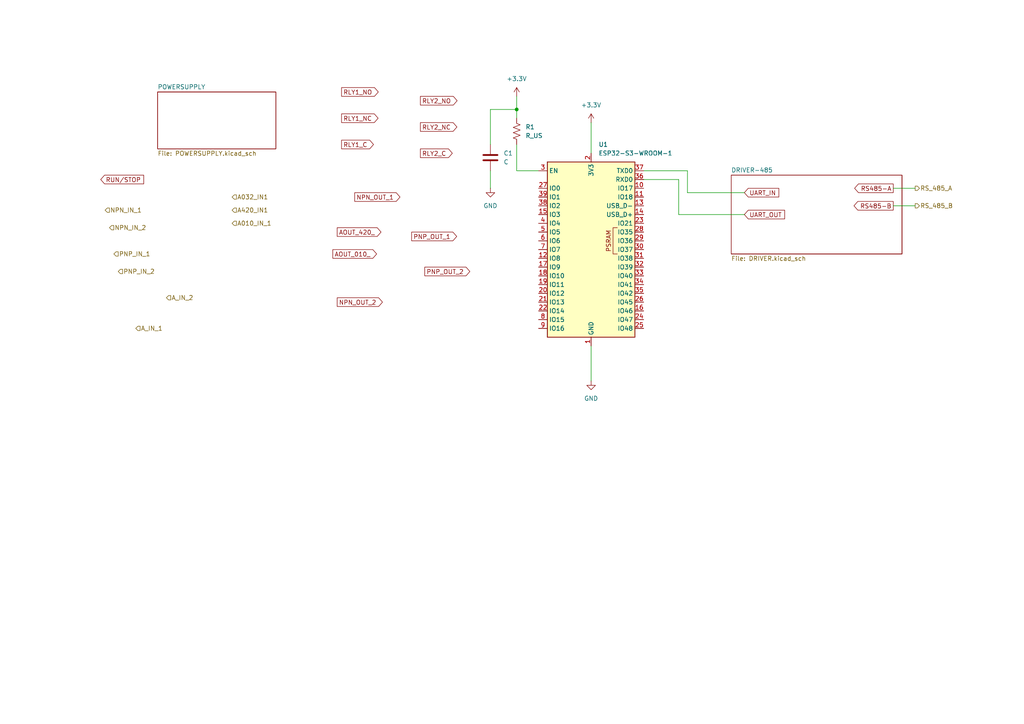
<source format=kicad_sch>
(kicad_sch
	(version 20250114)
	(generator "eeschema")
	(generator_version "9.0")
	(uuid "a8e24de5-b1df-440c-aee0-57f2ba738650")
	(paper "A4")
	(lib_symbols
		(symbol "Device:C"
			(pin_numbers
				(hide yes)
			)
			(pin_names
				(offset 0.254)
			)
			(exclude_from_sim no)
			(in_bom yes)
			(on_board yes)
			(property "Reference" "C"
				(at 0.635 2.54 0)
				(effects
					(font
						(size 1.27 1.27)
					)
					(justify left)
				)
			)
			(property "Value" "C"
				(at 0.635 -2.54 0)
				(effects
					(font
						(size 1.27 1.27)
					)
					(justify left)
				)
			)
			(property "Footprint" ""
				(at 0.9652 -3.81 0)
				(effects
					(font
						(size 1.27 1.27)
					)
					(hide yes)
				)
			)
			(property "Datasheet" "~"
				(at 0 0 0)
				(effects
					(font
						(size 1.27 1.27)
					)
					(hide yes)
				)
			)
			(property "Description" "Unpolarized capacitor"
				(at 0 0 0)
				(effects
					(font
						(size 1.27 1.27)
					)
					(hide yes)
				)
			)
			(property "ki_keywords" "cap capacitor"
				(at 0 0 0)
				(effects
					(font
						(size 1.27 1.27)
					)
					(hide yes)
				)
			)
			(property "ki_fp_filters" "C_*"
				(at 0 0 0)
				(effects
					(font
						(size 1.27 1.27)
					)
					(hide yes)
				)
			)
			(symbol "C_0_1"
				(polyline
					(pts
						(xy -2.032 0.762) (xy 2.032 0.762)
					)
					(stroke
						(width 0.508)
						(type default)
					)
					(fill
						(type none)
					)
				)
				(polyline
					(pts
						(xy -2.032 -0.762) (xy 2.032 -0.762)
					)
					(stroke
						(width 0.508)
						(type default)
					)
					(fill
						(type none)
					)
				)
			)
			(symbol "C_1_1"
				(pin passive line
					(at 0 3.81 270)
					(length 2.794)
					(name "~"
						(effects
							(font
								(size 1.27 1.27)
							)
						)
					)
					(number "1"
						(effects
							(font
								(size 1.27 1.27)
							)
						)
					)
				)
				(pin passive line
					(at 0 -3.81 90)
					(length 2.794)
					(name "~"
						(effects
							(font
								(size 1.27 1.27)
							)
						)
					)
					(number "2"
						(effects
							(font
								(size 1.27 1.27)
							)
						)
					)
				)
			)
			(embedded_fonts no)
		)
		(symbol "Device:R_US"
			(pin_numbers
				(hide yes)
			)
			(pin_names
				(offset 0)
			)
			(exclude_from_sim no)
			(in_bom yes)
			(on_board yes)
			(property "Reference" "R"
				(at 2.54 0 90)
				(effects
					(font
						(size 1.27 1.27)
					)
				)
			)
			(property "Value" "R_US"
				(at -2.54 0 90)
				(effects
					(font
						(size 1.27 1.27)
					)
				)
			)
			(property "Footprint" ""
				(at 1.016 -0.254 90)
				(effects
					(font
						(size 1.27 1.27)
					)
					(hide yes)
				)
			)
			(property "Datasheet" "~"
				(at 0 0 0)
				(effects
					(font
						(size 1.27 1.27)
					)
					(hide yes)
				)
			)
			(property "Description" "Resistor, US symbol"
				(at 0 0 0)
				(effects
					(font
						(size 1.27 1.27)
					)
					(hide yes)
				)
			)
			(property "ki_keywords" "R res resistor"
				(at 0 0 0)
				(effects
					(font
						(size 1.27 1.27)
					)
					(hide yes)
				)
			)
			(property "ki_fp_filters" "R_*"
				(at 0 0 0)
				(effects
					(font
						(size 1.27 1.27)
					)
					(hide yes)
				)
			)
			(symbol "R_US_0_1"
				(polyline
					(pts
						(xy 0 2.286) (xy 0 2.54)
					)
					(stroke
						(width 0)
						(type default)
					)
					(fill
						(type none)
					)
				)
				(polyline
					(pts
						(xy 0 2.286) (xy 1.016 1.905) (xy 0 1.524) (xy -1.016 1.143) (xy 0 0.762)
					)
					(stroke
						(width 0)
						(type default)
					)
					(fill
						(type none)
					)
				)
				(polyline
					(pts
						(xy 0 0.762) (xy 1.016 0.381) (xy 0 0) (xy -1.016 -0.381) (xy 0 -0.762)
					)
					(stroke
						(width 0)
						(type default)
					)
					(fill
						(type none)
					)
				)
				(polyline
					(pts
						(xy 0 -0.762) (xy 1.016 -1.143) (xy 0 -1.524) (xy -1.016 -1.905) (xy 0 -2.286)
					)
					(stroke
						(width 0)
						(type default)
					)
					(fill
						(type none)
					)
				)
				(polyline
					(pts
						(xy 0 -2.286) (xy 0 -2.54)
					)
					(stroke
						(width 0)
						(type default)
					)
					(fill
						(type none)
					)
				)
			)
			(symbol "R_US_1_1"
				(pin passive line
					(at 0 3.81 270)
					(length 1.27)
					(name "~"
						(effects
							(font
								(size 1.27 1.27)
							)
						)
					)
					(number "1"
						(effects
							(font
								(size 1.27 1.27)
							)
						)
					)
				)
				(pin passive line
					(at 0 -3.81 90)
					(length 1.27)
					(name "~"
						(effects
							(font
								(size 1.27 1.27)
							)
						)
					)
					(number "2"
						(effects
							(font
								(size 1.27 1.27)
							)
						)
					)
				)
			)
			(embedded_fonts no)
		)
		(symbol "RF_Module:ESP32-S3-WROOM-1"
			(exclude_from_sim no)
			(in_bom yes)
			(on_board yes)
			(property "Reference" "U"
				(at -12.7 26.67 0)
				(effects
					(font
						(size 1.27 1.27)
					)
				)
			)
			(property "Value" "ESP32-S3-WROOM-1"
				(at 12.7 26.67 0)
				(effects
					(font
						(size 1.27 1.27)
					)
				)
			)
			(property "Footprint" "RF_Module:ESP32-S3-WROOM-1"
				(at 0 2.54 0)
				(effects
					(font
						(size 1.27 1.27)
					)
					(hide yes)
				)
			)
			(property "Datasheet" "https://www.espressif.com/sites/default/files/documentation/esp32-s3-wroom-1_wroom-1u_datasheet_en.pdf"
				(at 0 0 0)
				(effects
					(font
						(size 1.27 1.27)
					)
					(hide yes)
				)
			)
			(property "Description" "RF Module, ESP32-S3 SoC, Wi-Fi 802.11b/g/n, Bluetooth, BLE, 32-bit, 3.3V, onboard antenna, SMD"
				(at 0 0 0)
				(effects
					(font
						(size 1.27 1.27)
					)
					(hide yes)
				)
			)
			(property "ki_keywords" "RF Radio BT ESP ESP32-S3 Espressif onboard PCB antenna"
				(at 0 0 0)
				(effects
					(font
						(size 1.27 1.27)
					)
					(hide yes)
				)
			)
			(property "ki_fp_filters" "ESP32?S3?WROOM?1*"
				(at 0 0 0)
				(effects
					(font
						(size 1.27 1.27)
					)
					(hide yes)
				)
			)
			(symbol "ESP32-S3-WROOM-1_0_0"
				(rectangle
					(start -12.7 25.4)
					(end 12.7 -25.4)
					(stroke
						(width 0.254)
						(type default)
					)
					(fill
						(type background)
					)
				)
				(text "PSRAM"
					(at 5.08 2.54 900)
					(effects
						(font
							(size 1.27 1.27)
						)
					)
				)
			)
			(symbol "ESP32-S3-WROOM-1_0_1"
				(polyline
					(pts
						(xy 7.62 -1.27) (xy 6.35 -1.27) (xy 6.35 6.35) (xy 7.62 6.35)
					)
					(stroke
						(width 0)
						(type default)
					)
					(fill
						(type none)
					)
				)
			)
			(symbol "ESP32-S3-WROOM-1_1_1"
				(pin input line
					(at -15.24 22.86 0)
					(length 2.54)
					(name "EN"
						(effects
							(font
								(size 1.27 1.27)
							)
						)
					)
					(number "3"
						(effects
							(font
								(size 1.27 1.27)
							)
						)
					)
				)
				(pin bidirectional line
					(at -15.24 17.78 0)
					(length 2.54)
					(name "IO0"
						(effects
							(font
								(size 1.27 1.27)
							)
						)
					)
					(number "27"
						(effects
							(font
								(size 1.27 1.27)
							)
						)
					)
				)
				(pin bidirectional line
					(at -15.24 15.24 0)
					(length 2.54)
					(name "IO1"
						(effects
							(font
								(size 1.27 1.27)
							)
						)
					)
					(number "39"
						(effects
							(font
								(size 1.27 1.27)
							)
						)
					)
				)
				(pin bidirectional line
					(at -15.24 12.7 0)
					(length 2.54)
					(name "IO2"
						(effects
							(font
								(size 1.27 1.27)
							)
						)
					)
					(number "38"
						(effects
							(font
								(size 1.27 1.27)
							)
						)
					)
				)
				(pin bidirectional line
					(at -15.24 10.16 0)
					(length 2.54)
					(name "IO3"
						(effects
							(font
								(size 1.27 1.27)
							)
						)
					)
					(number "15"
						(effects
							(font
								(size 1.27 1.27)
							)
						)
					)
				)
				(pin bidirectional line
					(at -15.24 7.62 0)
					(length 2.54)
					(name "IO4"
						(effects
							(font
								(size 1.27 1.27)
							)
						)
					)
					(number "4"
						(effects
							(font
								(size 1.27 1.27)
							)
						)
					)
				)
				(pin bidirectional line
					(at -15.24 5.08 0)
					(length 2.54)
					(name "IO5"
						(effects
							(font
								(size 1.27 1.27)
							)
						)
					)
					(number "5"
						(effects
							(font
								(size 1.27 1.27)
							)
						)
					)
				)
				(pin bidirectional line
					(at -15.24 2.54 0)
					(length 2.54)
					(name "IO6"
						(effects
							(font
								(size 1.27 1.27)
							)
						)
					)
					(number "6"
						(effects
							(font
								(size 1.27 1.27)
							)
						)
					)
				)
				(pin bidirectional line
					(at -15.24 0 0)
					(length 2.54)
					(name "IO7"
						(effects
							(font
								(size 1.27 1.27)
							)
						)
					)
					(number "7"
						(effects
							(font
								(size 1.27 1.27)
							)
						)
					)
				)
				(pin bidirectional line
					(at -15.24 -2.54 0)
					(length 2.54)
					(name "IO8"
						(effects
							(font
								(size 1.27 1.27)
							)
						)
					)
					(number "12"
						(effects
							(font
								(size 1.27 1.27)
							)
						)
					)
				)
				(pin bidirectional line
					(at -15.24 -5.08 0)
					(length 2.54)
					(name "IO9"
						(effects
							(font
								(size 1.27 1.27)
							)
						)
					)
					(number "17"
						(effects
							(font
								(size 1.27 1.27)
							)
						)
					)
				)
				(pin bidirectional line
					(at -15.24 -7.62 0)
					(length 2.54)
					(name "IO10"
						(effects
							(font
								(size 1.27 1.27)
							)
						)
					)
					(number "18"
						(effects
							(font
								(size 1.27 1.27)
							)
						)
					)
				)
				(pin bidirectional line
					(at -15.24 -10.16 0)
					(length 2.54)
					(name "IO11"
						(effects
							(font
								(size 1.27 1.27)
							)
						)
					)
					(number "19"
						(effects
							(font
								(size 1.27 1.27)
							)
						)
					)
				)
				(pin bidirectional line
					(at -15.24 -12.7 0)
					(length 2.54)
					(name "IO12"
						(effects
							(font
								(size 1.27 1.27)
							)
						)
					)
					(number "20"
						(effects
							(font
								(size 1.27 1.27)
							)
						)
					)
				)
				(pin bidirectional line
					(at -15.24 -15.24 0)
					(length 2.54)
					(name "IO13"
						(effects
							(font
								(size 1.27 1.27)
							)
						)
					)
					(number "21"
						(effects
							(font
								(size 1.27 1.27)
							)
						)
					)
				)
				(pin bidirectional line
					(at -15.24 -17.78 0)
					(length 2.54)
					(name "IO14"
						(effects
							(font
								(size 1.27 1.27)
							)
						)
					)
					(number "22"
						(effects
							(font
								(size 1.27 1.27)
							)
						)
					)
				)
				(pin bidirectional line
					(at -15.24 -20.32 0)
					(length 2.54)
					(name "IO15"
						(effects
							(font
								(size 1.27 1.27)
							)
						)
					)
					(number "8"
						(effects
							(font
								(size 1.27 1.27)
							)
						)
					)
				)
				(pin bidirectional line
					(at -15.24 -22.86 0)
					(length 2.54)
					(name "IO16"
						(effects
							(font
								(size 1.27 1.27)
							)
						)
					)
					(number "9"
						(effects
							(font
								(size 1.27 1.27)
							)
						)
					)
				)
				(pin power_in line
					(at 0 27.94 270)
					(length 2.54)
					(name "3V3"
						(effects
							(font
								(size 1.27 1.27)
							)
						)
					)
					(number "2"
						(effects
							(font
								(size 1.27 1.27)
							)
						)
					)
				)
				(pin power_in line
					(at 0 -27.94 90)
					(length 2.54)
					(name "GND"
						(effects
							(font
								(size 1.27 1.27)
							)
						)
					)
					(number "1"
						(effects
							(font
								(size 1.27 1.27)
							)
						)
					)
				)
				(pin passive line
					(at 0 -27.94 90)
					(length 2.54)
					(hide yes)
					(name "GND"
						(effects
							(font
								(size 1.27 1.27)
							)
						)
					)
					(number "40"
						(effects
							(font
								(size 1.27 1.27)
							)
						)
					)
				)
				(pin passive line
					(at 0 -27.94 90)
					(length 2.54)
					(hide yes)
					(name "GND"
						(effects
							(font
								(size 1.27 1.27)
							)
						)
					)
					(number "41"
						(effects
							(font
								(size 1.27 1.27)
							)
						)
					)
				)
				(pin bidirectional line
					(at 15.24 22.86 180)
					(length 2.54)
					(name "TXD0"
						(effects
							(font
								(size 1.27 1.27)
							)
						)
					)
					(number "37"
						(effects
							(font
								(size 1.27 1.27)
							)
						)
					)
				)
				(pin bidirectional line
					(at 15.24 20.32 180)
					(length 2.54)
					(name "RXD0"
						(effects
							(font
								(size 1.27 1.27)
							)
						)
					)
					(number "36"
						(effects
							(font
								(size 1.27 1.27)
							)
						)
					)
				)
				(pin bidirectional line
					(at 15.24 17.78 180)
					(length 2.54)
					(name "IO17"
						(effects
							(font
								(size 1.27 1.27)
							)
						)
					)
					(number "10"
						(effects
							(font
								(size 1.27 1.27)
							)
						)
					)
				)
				(pin bidirectional line
					(at 15.24 15.24 180)
					(length 2.54)
					(name "IO18"
						(effects
							(font
								(size 1.27 1.27)
							)
						)
					)
					(number "11"
						(effects
							(font
								(size 1.27 1.27)
							)
						)
					)
				)
				(pin bidirectional line
					(at 15.24 12.7 180)
					(length 2.54)
					(name "USB_D-"
						(effects
							(font
								(size 1.27 1.27)
							)
						)
					)
					(number "13"
						(effects
							(font
								(size 1.27 1.27)
							)
						)
					)
					(alternate "IO19" bidirectional line)
				)
				(pin bidirectional line
					(at 15.24 10.16 180)
					(length 2.54)
					(name "USB_D+"
						(effects
							(font
								(size 1.27 1.27)
							)
						)
					)
					(number "14"
						(effects
							(font
								(size 1.27 1.27)
							)
						)
					)
					(alternate "IO20" bidirectional line)
				)
				(pin bidirectional line
					(at 15.24 7.62 180)
					(length 2.54)
					(name "IO21"
						(effects
							(font
								(size 1.27 1.27)
							)
						)
					)
					(number "23"
						(effects
							(font
								(size 1.27 1.27)
							)
						)
					)
				)
				(pin bidirectional line
					(at 15.24 5.08 180)
					(length 2.54)
					(name "IO35"
						(effects
							(font
								(size 1.27 1.27)
							)
						)
					)
					(number "28"
						(effects
							(font
								(size 1.27 1.27)
							)
						)
					)
				)
				(pin bidirectional line
					(at 15.24 2.54 180)
					(length 2.54)
					(name "IO36"
						(effects
							(font
								(size 1.27 1.27)
							)
						)
					)
					(number "29"
						(effects
							(font
								(size 1.27 1.27)
							)
						)
					)
				)
				(pin bidirectional line
					(at 15.24 0 180)
					(length 2.54)
					(name "IO37"
						(effects
							(font
								(size 1.27 1.27)
							)
						)
					)
					(number "30"
						(effects
							(font
								(size 1.27 1.27)
							)
						)
					)
				)
				(pin bidirectional line
					(at 15.24 -2.54 180)
					(length 2.54)
					(name "IO38"
						(effects
							(font
								(size 1.27 1.27)
							)
						)
					)
					(number "31"
						(effects
							(font
								(size 1.27 1.27)
							)
						)
					)
				)
				(pin bidirectional line
					(at 15.24 -5.08 180)
					(length 2.54)
					(name "IO39"
						(effects
							(font
								(size 1.27 1.27)
							)
						)
					)
					(number "32"
						(effects
							(font
								(size 1.27 1.27)
							)
						)
					)
				)
				(pin bidirectional line
					(at 15.24 -7.62 180)
					(length 2.54)
					(name "IO40"
						(effects
							(font
								(size 1.27 1.27)
							)
						)
					)
					(number "33"
						(effects
							(font
								(size 1.27 1.27)
							)
						)
					)
				)
				(pin bidirectional line
					(at 15.24 -10.16 180)
					(length 2.54)
					(name "IO41"
						(effects
							(font
								(size 1.27 1.27)
							)
						)
					)
					(number "34"
						(effects
							(font
								(size 1.27 1.27)
							)
						)
					)
				)
				(pin bidirectional line
					(at 15.24 -12.7 180)
					(length 2.54)
					(name "IO42"
						(effects
							(font
								(size 1.27 1.27)
							)
						)
					)
					(number "35"
						(effects
							(font
								(size 1.27 1.27)
							)
						)
					)
				)
				(pin bidirectional line
					(at 15.24 -15.24 180)
					(length 2.54)
					(name "IO45"
						(effects
							(font
								(size 1.27 1.27)
							)
						)
					)
					(number "26"
						(effects
							(font
								(size 1.27 1.27)
							)
						)
					)
				)
				(pin bidirectional line
					(at 15.24 -17.78 180)
					(length 2.54)
					(name "IO46"
						(effects
							(font
								(size 1.27 1.27)
							)
						)
					)
					(number "16"
						(effects
							(font
								(size 1.27 1.27)
							)
						)
					)
				)
				(pin bidirectional line
					(at 15.24 -20.32 180)
					(length 2.54)
					(name "IO47"
						(effects
							(font
								(size 1.27 1.27)
							)
						)
					)
					(number "24"
						(effects
							(font
								(size 1.27 1.27)
							)
						)
					)
				)
				(pin bidirectional line
					(at 15.24 -22.86 180)
					(length 2.54)
					(name "IO48"
						(effects
							(font
								(size 1.27 1.27)
							)
						)
					)
					(number "25"
						(effects
							(font
								(size 1.27 1.27)
							)
						)
					)
				)
			)
			(embedded_fonts no)
		)
		(symbol "power:+3.3V"
			(power)
			(pin_numbers
				(hide yes)
			)
			(pin_names
				(offset 0)
				(hide yes)
			)
			(exclude_from_sim no)
			(in_bom yes)
			(on_board yes)
			(property "Reference" "#PWR"
				(at 0 -3.81 0)
				(effects
					(font
						(size 1.27 1.27)
					)
					(hide yes)
				)
			)
			(property "Value" "+3.3V"
				(at 0 3.556 0)
				(effects
					(font
						(size 1.27 1.27)
					)
				)
			)
			(property "Footprint" ""
				(at 0 0 0)
				(effects
					(font
						(size 1.27 1.27)
					)
					(hide yes)
				)
			)
			(property "Datasheet" ""
				(at 0 0 0)
				(effects
					(font
						(size 1.27 1.27)
					)
					(hide yes)
				)
			)
			(property "Description" "Power symbol creates a global label with name \"+3.3V\""
				(at 0 0 0)
				(effects
					(font
						(size 1.27 1.27)
					)
					(hide yes)
				)
			)
			(property "ki_keywords" "global power"
				(at 0 0 0)
				(effects
					(font
						(size 1.27 1.27)
					)
					(hide yes)
				)
			)
			(symbol "+3.3V_0_1"
				(polyline
					(pts
						(xy -0.762 1.27) (xy 0 2.54)
					)
					(stroke
						(width 0)
						(type default)
					)
					(fill
						(type none)
					)
				)
				(polyline
					(pts
						(xy 0 2.54) (xy 0.762 1.27)
					)
					(stroke
						(width 0)
						(type default)
					)
					(fill
						(type none)
					)
				)
				(polyline
					(pts
						(xy 0 0) (xy 0 2.54)
					)
					(stroke
						(width 0)
						(type default)
					)
					(fill
						(type none)
					)
				)
			)
			(symbol "+3.3V_1_1"
				(pin power_in line
					(at 0 0 90)
					(length 0)
					(name "~"
						(effects
							(font
								(size 1.27 1.27)
							)
						)
					)
					(number "1"
						(effects
							(font
								(size 1.27 1.27)
							)
						)
					)
				)
			)
			(embedded_fonts no)
		)
		(symbol "power:GND"
			(power)
			(pin_numbers
				(hide yes)
			)
			(pin_names
				(offset 0)
				(hide yes)
			)
			(exclude_from_sim no)
			(in_bom yes)
			(on_board yes)
			(property "Reference" "#PWR"
				(at 0 -6.35 0)
				(effects
					(font
						(size 1.27 1.27)
					)
					(hide yes)
				)
			)
			(property "Value" "GND"
				(at 0 -3.81 0)
				(effects
					(font
						(size 1.27 1.27)
					)
				)
			)
			(property "Footprint" ""
				(at 0 0 0)
				(effects
					(font
						(size 1.27 1.27)
					)
					(hide yes)
				)
			)
			(property "Datasheet" ""
				(at 0 0 0)
				(effects
					(font
						(size 1.27 1.27)
					)
					(hide yes)
				)
			)
			(property "Description" "Power symbol creates a global label with name \"GND\" , ground"
				(at 0 0 0)
				(effects
					(font
						(size 1.27 1.27)
					)
					(hide yes)
				)
			)
			(property "ki_keywords" "global power"
				(at 0 0 0)
				(effects
					(font
						(size 1.27 1.27)
					)
					(hide yes)
				)
			)
			(symbol "GND_0_1"
				(polyline
					(pts
						(xy 0 0) (xy 0 -1.27) (xy 1.27 -1.27) (xy 0 -2.54) (xy -1.27 -1.27) (xy 0 -1.27)
					)
					(stroke
						(width 0)
						(type default)
					)
					(fill
						(type none)
					)
				)
			)
			(symbol "GND_1_1"
				(pin power_in line
					(at 0 0 270)
					(length 0)
					(name "~"
						(effects
							(font
								(size 1.27 1.27)
							)
						)
					)
					(number "1"
						(effects
							(font
								(size 1.27 1.27)
							)
						)
					)
				)
			)
			(embedded_fonts no)
		)
	)
	(junction
		(at 149.86 31.75)
		(diameter 0)
		(color 0 0 0 0)
		(uuid "650f93f3-6b94-4766-b318-4915187c1c65")
	)
	(wire
		(pts
			(xy 149.86 31.75) (xy 149.86 34.29)
		)
		(stroke
			(width 0)
			(type default)
		)
		(uuid "0f513823-e3eb-447e-a8d1-275d54408836")
	)
	(wire
		(pts
			(xy 149.86 41.91) (xy 149.86 49.53)
		)
		(stroke
			(width 0)
			(type default)
		)
		(uuid "20a24c9b-3432-46ae-b123-62a2031bb9fd")
	)
	(wire
		(pts
			(xy 171.45 100.33) (xy 171.45 110.49)
		)
		(stroke
			(width 0)
			(type default)
		)
		(uuid "23652a4b-9856-4efb-8201-e5ea5ff597af")
	)
	(wire
		(pts
			(xy 259.08 59.69) (xy 265.43 59.69)
		)
		(stroke
			(width 0)
			(type default)
		)
		(uuid "2dbe8add-880a-4a8e-b998-dde8c0679e1c")
	)
	(wire
		(pts
			(xy 196.85 62.23) (xy 215.9 62.23)
		)
		(stroke
			(width 0)
			(type default)
		)
		(uuid "6fb76a61-54ad-4d47-b279-1024b157ec33")
	)
	(wire
		(pts
			(xy 142.24 49.53) (xy 142.24 54.61)
		)
		(stroke
			(width 0)
			(type default)
		)
		(uuid "718e73f1-da47-415c-bc15-f264f4f12d74")
	)
	(wire
		(pts
			(xy 142.24 31.75) (xy 149.86 31.75)
		)
		(stroke
			(width 0)
			(type default)
		)
		(uuid "7794c223-9a11-4b55-8d0a-e4581edcc982")
	)
	(wire
		(pts
			(xy 186.69 49.53) (xy 199.39 49.53)
		)
		(stroke
			(width 0)
			(type default)
		)
		(uuid "7f2d44cb-6940-449a-8474-2833cec831fd")
	)
	(wire
		(pts
			(xy 186.69 52.07) (xy 196.85 52.07)
		)
		(stroke
			(width 0)
			(type default)
		)
		(uuid "944ee6b7-d694-49a7-bb25-a127ac301bf2")
	)
	(wire
		(pts
			(xy 196.85 52.07) (xy 196.85 62.23)
		)
		(stroke
			(width 0)
			(type default)
		)
		(uuid "a2e39068-a81f-4f8c-9a05-332af004d462")
	)
	(wire
		(pts
			(xy 171.45 35.56) (xy 171.45 44.45)
		)
		(stroke
			(width 0)
			(type default)
		)
		(uuid "c33b4fc5-4b3e-4bc2-a4a3-926bc08355b9")
	)
	(wire
		(pts
			(xy 259.08 54.61) (xy 265.43 54.61)
		)
		(stroke
			(width 0)
			(type default)
		)
		(uuid "c8bdf281-4bf1-4c0d-a1d2-987f20270d31")
	)
	(wire
		(pts
			(xy 149.86 49.53) (xy 156.21 49.53)
		)
		(stroke
			(width 0)
			(type default)
		)
		(uuid "d2713b47-1033-4af9-aba7-578125ba5503")
	)
	(wire
		(pts
			(xy 199.39 49.53) (xy 199.39 55.88)
		)
		(stroke
			(width 0)
			(type default)
		)
		(uuid "d972359a-f9a0-4618-b781-d6c2fd20d269")
	)
	(wire
		(pts
			(xy 199.39 55.88) (xy 215.9 55.88)
		)
		(stroke
			(width 0)
			(type default)
		)
		(uuid "dba3f711-189c-49e2-a1d0-beefda59f99a")
	)
	(wire
		(pts
			(xy 142.24 41.91) (xy 142.24 31.75)
		)
		(stroke
			(width 0)
			(type default)
		)
		(uuid "ddd44235-348b-4a21-bbb9-06a4ea216c15")
	)
	(wire
		(pts
			(xy 149.86 27.94) (xy 149.86 31.75)
		)
		(stroke
			(width 0)
			(type default)
		)
		(uuid "fdbb46e0-4884-4c9a-8dae-1ba8b7416e7a")
	)
	(global_label "PNP_OUT_2"
		(shape output)
		(at 123.19 78.74 0)
		(fields_autoplaced yes)
		(effects
			(font
				(size 1.27 1.27)
			)
			(justify left)
		)
		(uuid "243f4fec-d8dd-4a93-a12e-893b42f6525c")
		(property "Intersheetrefs" "${INTERSHEET_REFS}"
			(at 136.819 78.74 0)
			(effects
				(font
					(size 1.27 1.27)
				)
				(justify left)
				(hide yes)
			)
		)
	)
	(global_label "RLY1_NO"
		(shape output)
		(at 99.06 26.67 0)
		(fields_autoplaced yes)
		(effects
			(font
				(size 1.27 1.27)
			)
			(justify left)
		)
		(uuid "247eb049-428f-4f25-91eb-61239c3a2244")
		(property "Intersheetrefs" "${INTERSHEET_REFS}"
			(at 110.27 26.67 0)
			(effects
				(font
					(size 1.27 1.27)
				)
				(justify left)
				(hide yes)
			)
		)
	)
	(global_label "RLY2_NO"
		(shape output)
		(at 121.92 29.21 0)
		(fields_autoplaced yes)
		(effects
			(font
				(size 1.27 1.27)
			)
			(justify left)
		)
		(uuid "282f09cd-2d82-4e82-8852-44f02019f644")
		(property "Intersheetrefs" "${INTERSHEET_REFS}"
			(at 133.13 29.21 0)
			(effects
				(font
					(size 1.27 1.27)
				)
				(justify left)
				(hide yes)
			)
		)
	)
	(global_label "RS485-B"
		(shape output)
		(at 259.08 59.69 180)
		(fields_autoplaced yes)
		(effects
			(font
				(size 1.27 1.27)
			)
			(justify right)
		)
		(uuid "2f25038b-4b22-436d-84c5-19b761f24e45")
		(property "Intersheetrefs" "${INTERSHEET_REFS}"
			(at 247.1444 59.69 0)
			(effects
				(font
					(size 1.27 1.27)
				)
				(justify right)
				(hide yes)
			)
		)
	)
	(global_label "AOUT_420_"
		(shape output)
		(at 97.79 67.31 0)
		(fields_autoplaced yes)
		(effects
			(font
				(size 1.27 1.27)
			)
			(justify left)
		)
		(uuid "38086f34-0d25-4e31-a2b1-02c2850020b2")
		(property "Intersheetrefs" "${INTERSHEET_REFS}"
			(at 111.0561 67.31 0)
			(effects
				(font
					(size 1.27 1.27)
				)
				(justify left)
				(hide yes)
			)
		)
	)
	(global_label "RUN{slash}STOP"
		(shape input)
		(at 29.21 52.07 0)
		(fields_autoplaced yes)
		(effects
			(font
				(size 1.27 1.27)
			)
			(justify left)
		)
		(uuid "395d5b4f-5368-4466-a499-96cc3140ff17")
		(property "Intersheetrefs" "${INTERSHEET_REFS}"
			(at 42.2343 52.07 0)
			(effects
				(font
					(size 1.27 1.27)
				)
				(justify left)
				(hide yes)
			)
		)
	)
	(global_label "RLY2_NC"
		(shape output)
		(at 121.92 36.83 0)
		(fields_autoplaced yes)
		(effects
			(font
				(size 1.27 1.27)
			)
			(justify left)
		)
		(uuid "3c76c257-1570-4d6d-9f0c-44b1f7739d58")
		(property "Intersheetrefs" "${INTERSHEET_REFS}"
			(at 133.0695 36.83 0)
			(effects
				(font
					(size 1.27 1.27)
				)
				(justify left)
				(hide yes)
			)
		)
	)
	(global_label "NPN_OUT_2"
		(shape output)
		(at 97.79 87.63 0)
		(fields_autoplaced yes)
		(effects
			(font
				(size 1.27 1.27)
			)
			(justify left)
		)
		(uuid "425a0faf-cdf7-4915-9b12-fe1b216ed391")
		(property "Intersheetrefs" "${INTERSHEET_REFS}"
			(at 111.4795 87.63 0)
			(effects
				(font
					(size 1.27 1.27)
				)
				(justify left)
				(hide yes)
			)
		)
	)
	(global_label "PNP_OUT_1"
		(shape output)
		(at 119.38 68.58 0)
		(fields_autoplaced yes)
		(effects
			(font
				(size 1.27 1.27)
			)
			(justify left)
		)
		(uuid "56ca9699-eeb9-471a-bfbc-1a194b0c3a33")
		(property "Intersheetrefs" "${INTERSHEET_REFS}"
			(at 133.009 68.58 0)
			(effects
				(font
					(size 1.27 1.27)
				)
				(justify left)
				(hide yes)
			)
		)
	)
	(global_label "UART_OUT"
		(shape input)
		(at 215.9 62.23 0)
		(fields_autoplaced yes)
		(effects
			(font
				(size 1.27 1.27)
			)
			(justify left)
		)
		(uuid "5ef3961a-fc5a-44fe-8eea-49b91391b224")
		(property "Intersheetrefs" "${INTERSHEET_REFS}"
			(at 228.1381 62.23 0)
			(effects
				(font
					(size 1.27 1.27)
				)
				(justify left)
				(hide yes)
			)
		)
	)
	(global_label "NPN_OUT_1"
		(shape output)
		(at 102.87 57.15 0)
		(fields_autoplaced yes)
		(effects
			(font
				(size 1.27 1.27)
			)
			(justify left)
		)
		(uuid "6b864ad5-e675-43c3-91e8-12e3720b5761")
		(property "Intersheetrefs" "${INTERSHEET_REFS}"
			(at 116.5595 57.15 0)
			(effects
				(font
					(size 1.27 1.27)
				)
				(justify left)
				(hide yes)
			)
		)
	)
	(global_label "RLY1_NC"
		(shape output)
		(at 99.06 34.29 0)
		(fields_autoplaced yes)
		(effects
			(font
				(size 1.27 1.27)
			)
			(justify left)
		)
		(uuid "7d699579-9321-4c21-9078-25f22693271f")
		(property "Intersheetrefs" "${INTERSHEET_REFS}"
			(at 110.2095 34.29 0)
			(effects
				(font
					(size 1.27 1.27)
				)
				(justify left)
				(hide yes)
			)
		)
	)
	(global_label "RS485-A"
		(shape output)
		(at 259.08 54.61 180)
		(fields_autoplaced yes)
		(effects
			(font
				(size 1.27 1.27)
			)
			(justify right)
		)
		(uuid "87d7fb46-a073-4eb7-8183-faa9c80e1427")
		(property "Intersheetrefs" "${INTERSHEET_REFS}"
			(at 247.3258 54.61 0)
			(effects
				(font
					(size 1.27 1.27)
				)
				(justify right)
				(hide yes)
			)
		)
	)
	(global_label "AOUT_010_"
		(shape output)
		(at 96.52 73.66 0)
		(fields_autoplaced yes)
		(effects
			(font
				(size 1.27 1.27)
			)
			(justify left)
		)
		(uuid "88d516c3-80ed-4090-a934-9bb4e5e74695")
		(property "Intersheetrefs" "${INTERSHEET_REFS}"
			(at 109.7861 73.66 0)
			(effects
				(font
					(size 1.27 1.27)
				)
				(justify left)
				(hide yes)
			)
		)
	)
	(global_label "RLY1_C"
		(shape output)
		(at 99.06 41.91 0)
		(fields_autoplaced yes)
		(effects
			(font
				(size 1.27 1.27)
			)
			(justify left)
		)
		(uuid "b1226a25-a244-4b54-acf5-3cbd8259bf28")
		(property "Intersheetrefs" "${INTERSHEET_REFS}"
			(at 108.879 41.91 0)
			(effects
				(font
					(size 1.27 1.27)
				)
				(justify left)
				(hide yes)
			)
		)
	)
	(global_label "RLY2_C"
		(shape output)
		(at 121.92 44.45 0)
		(fields_autoplaced yes)
		(effects
			(font
				(size 1.27 1.27)
			)
			(justify left)
		)
		(uuid "bb366cb4-e74e-4e67-8dfa-d8e804763543")
		(property "Intersheetrefs" "${INTERSHEET_REFS}"
			(at 131.739 44.45 0)
			(effects
				(font
					(size 1.27 1.27)
				)
				(justify left)
				(hide yes)
			)
		)
	)
	(global_label "UART_IN"
		(shape input)
		(at 215.9 55.88 0)
		(fields_autoplaced yes)
		(effects
			(font
				(size 1.27 1.27)
			)
			(justify left)
		)
		(uuid "ec64b913-336a-49d0-bf00-093909f4a03b")
		(property "Intersheetrefs" "${INTERSHEET_REFS}"
			(at 226.4448 55.88 0)
			(effects
				(font
					(size 1.27 1.27)
				)
				(justify left)
				(hide yes)
			)
		)
	)
	(hierarchical_label "A010_IN_1"
		(shape input)
		(at 67.31 64.77 0)
		(effects
			(font
				(size 1.27 1.27)
			)
			(justify left)
		)
		(uuid "0e274747-eb76-454c-96df-488bc53aac06")
	)
	(hierarchical_label "PNP_IN_1"
		(shape input)
		(at 33.02 73.66 0)
		(effects
			(font
				(size 1.27 1.27)
			)
			(justify left)
		)
		(uuid "173048d4-e17c-4455-8229-af2200ca3cf6")
	)
	(hierarchical_label "NPN_IN_2"
		(shape input)
		(at 31.75 66.04 0)
		(effects
			(font
				(size 1.27 1.27)
			)
			(justify left)
		)
		(uuid "41765dc4-e3b9-459c-817a-86321e35bfe6")
	)
	(hierarchical_label "A032_IN1"
		(shape input)
		(at 67.31 57.15 0)
		(effects
			(font
				(size 1.27 1.27)
			)
			(justify left)
		)
		(uuid "46474dce-cf76-4684-ad56-40518ad9d38e")
	)
	(hierarchical_label "NPN_IN_1"
		(shape input)
		(at 30.48 60.96 0)
		(effects
			(font
				(size 1.27 1.27)
			)
			(justify left)
		)
		(uuid "65f8dbf9-6fb1-4ef6-80c1-8a8811f2b2c2")
	)
	(hierarchical_label "RS_485_A"
		(shape output)
		(at 265.43 54.61 0)
		(effects
			(font
				(size 1.27 1.27)
			)
			(justify left)
		)
		(uuid "85f73a85-82d1-42ae-9cde-0a86e0ca7088")
	)
	(hierarchical_label "PNP_IN_2"
		(shape input)
		(at 34.29 78.74 0)
		(effects
			(font
				(size 1.27 1.27)
			)
			(justify left)
		)
		(uuid "8b47e860-4f2d-4506-ace4-177c8e3a8eeb")
	)
	(hierarchical_label "A_IN_1"
		(shape input)
		(at 39.37 95.25 0)
		(effects
			(font
				(size 1.27 1.27)
			)
			(justify left)
		)
		(uuid "8cbcbe97-829e-4b47-a503-bab8c52e5a81")
	)
	(hierarchical_label "A420_IN1"
		(shape input)
		(at 67.31 60.96 0)
		(effects
			(font
				(size 1.27 1.27)
			)
			(justify left)
		)
		(uuid "90ba074b-44e6-40df-a299-7f4e6befb918")
	)
	(hierarchical_label "RS_485_B"
		(shape output)
		(at 265.43 59.69 0)
		(effects
			(font
				(size 1.27 1.27)
			)
			(justify left)
		)
		(uuid "bb39d30c-9871-4e04-91bd-b686e43e217d")
	)
	(hierarchical_label "A_IN_2"
		(shape input)
		(at 48.26 86.36 0)
		(effects
			(font
				(size 1.27 1.27)
			)
			(justify left)
		)
		(uuid "eb12ef83-b997-4cf9-ac59-b585ae4b379c")
	)
	(symbol
		(lib_id "power:GND")
		(at 171.45 110.49 0)
		(unit 1)
		(exclude_from_sim no)
		(in_bom yes)
		(on_board yes)
		(dnp no)
		(fields_autoplaced yes)
		(uuid "43a41b66-be15-426d-a80a-49439a56daaf")
		(property "Reference" "#PWR08"
			(at 171.45 116.84 0)
			(effects
				(font
					(size 1.27 1.27)
				)
				(hide yes)
			)
		)
		(property "Value" "GND"
			(at 171.45 115.57 0)
			(effects
				(font
					(size 1.27 1.27)
				)
			)
		)
		(property "Footprint" ""
			(at 171.45 110.49 0)
			(effects
				(font
					(size 1.27 1.27)
				)
				(hide yes)
			)
		)
		(property "Datasheet" ""
			(at 171.45 110.49 0)
			(effects
				(font
					(size 1.27 1.27)
				)
				(hide yes)
			)
		)
		(property "Description" "Power symbol creates a global label with name \"GND\" , ground"
			(at 171.45 110.49 0)
			(effects
				(font
					(size 1.27 1.27)
				)
				(hide yes)
			)
		)
		(pin "1"
			(uuid "5c0249ee-e772-41b5-b8f6-50bb33029833")
		)
		(instances
			(project ""
				(path "/dc6fb271-dfd0-4448-98f1-862b1cc93a80/2ca62569-d560-4cca-9470-52fd378086ae"
					(reference "#PWR08")
					(unit 1)
				)
			)
		)
	)
	(symbol
		(lib_id "power:+3.3V")
		(at 171.45 35.56 0)
		(unit 1)
		(exclude_from_sim no)
		(in_bom yes)
		(on_board yes)
		(dnp no)
		(fields_autoplaced yes)
		(uuid "4c7f119d-97a7-498f-8834-97e15835820a")
		(property "Reference" "#PWR01"
			(at 171.45 39.37 0)
			(effects
				(font
					(size 1.27 1.27)
				)
				(hide yes)
			)
		)
		(property "Value" "+3.3V"
			(at 171.45 30.48 0)
			(effects
				(font
					(size 1.27 1.27)
				)
			)
		)
		(property "Footprint" ""
			(at 171.45 35.56 0)
			(effects
				(font
					(size 1.27 1.27)
				)
				(hide yes)
			)
		)
		(property "Datasheet" ""
			(at 171.45 35.56 0)
			(effects
				(font
					(size 1.27 1.27)
				)
				(hide yes)
			)
		)
		(property "Description" "Power symbol creates a global label with name \"+3.3V\""
			(at 171.45 35.56 0)
			(effects
				(font
					(size 1.27 1.27)
				)
				(hide yes)
			)
		)
		(pin "1"
			(uuid "e0a86121-4e62-482e-9d3d-6299641a5ee8")
		)
		(instances
			(project ""
				(path "/dc6fb271-dfd0-4448-98f1-862b1cc93a80/2ca62569-d560-4cca-9470-52fd378086ae"
					(reference "#PWR01")
					(unit 1)
				)
			)
		)
	)
	(symbol
		(lib_id "Device:C")
		(at 142.24 45.72 0)
		(unit 1)
		(exclude_from_sim no)
		(in_bom yes)
		(on_board yes)
		(dnp no)
		(fields_autoplaced yes)
		(uuid "8c3b2b8d-2e26-4e08-a5d2-c74caeaa4681")
		(property "Reference" "C1"
			(at 146.05 44.4499 0)
			(effects
				(font
					(size 1.27 1.27)
				)
				(justify left)
			)
		)
		(property "Value" "C"
			(at 146.05 46.9899 0)
			(effects
				(font
					(size 1.27 1.27)
				)
				(justify left)
			)
		)
		(property "Footprint" ""
			(at 143.2052 49.53 0)
			(effects
				(font
					(size 1.27 1.27)
				)
				(hide yes)
			)
		)
		(property "Datasheet" "~"
			(at 142.24 45.72 0)
			(effects
				(font
					(size 1.27 1.27)
				)
				(hide yes)
			)
		)
		(property "Description" "Unpolarized capacitor"
			(at 142.24 45.72 0)
			(effects
				(font
					(size 1.27 1.27)
				)
				(hide yes)
			)
		)
		(pin "2"
			(uuid "b201e467-3faa-40c6-8193-6c16e66416b5")
		)
		(pin "1"
			(uuid "82bbfd1c-4f49-4ae6-b017-f8a48535e70b")
		)
		(instances
			(project ""
				(path "/dc6fb271-dfd0-4448-98f1-862b1cc93a80/2ca62569-d560-4cca-9470-52fd378086ae"
					(reference "C1")
					(unit 1)
				)
			)
		)
	)
	(symbol
		(lib_id "Device:R_US")
		(at 149.86 38.1 0)
		(unit 1)
		(exclude_from_sim no)
		(in_bom yes)
		(on_board yes)
		(dnp no)
		(fields_autoplaced yes)
		(uuid "b4be5991-908b-486f-8025-9e5e498b1905")
		(property "Reference" "R1"
			(at 152.4 36.8299 0)
			(effects
				(font
					(size 1.27 1.27)
				)
				(justify left)
			)
		)
		(property "Value" "R_US"
			(at 152.4 39.3699 0)
			(effects
				(font
					(size 1.27 1.27)
				)
				(justify left)
			)
		)
		(property "Footprint" ""
			(at 150.876 38.354 90)
			(effects
				(font
					(size 1.27 1.27)
				)
				(hide yes)
			)
		)
		(property "Datasheet" "~"
			(at 149.86 38.1 0)
			(effects
				(font
					(size 1.27 1.27)
				)
				(hide yes)
			)
		)
		(property "Description" "Resistor, US symbol"
			(at 149.86 38.1 0)
			(effects
				(font
					(size 1.27 1.27)
				)
				(hide yes)
			)
		)
		(pin "2"
			(uuid "c9d17e76-ad0c-456b-af7c-19629d836de5")
		)
		(pin "1"
			(uuid "cc4e9f80-429b-4ea5-a784-641ef2f92552")
		)
		(instances
			(project ""
				(path "/dc6fb271-dfd0-4448-98f1-862b1cc93a80/2ca62569-d560-4cca-9470-52fd378086ae"
					(reference "R1")
					(unit 1)
				)
			)
		)
	)
	(symbol
		(lib_id "power:GND")
		(at 142.24 54.61 0)
		(unit 1)
		(exclude_from_sim no)
		(in_bom yes)
		(on_board yes)
		(dnp no)
		(fields_autoplaced yes)
		(uuid "c24aa759-e524-4d4f-877b-06a610a4cc25")
		(property "Reference" "#PWR010"
			(at 142.24 60.96 0)
			(effects
				(font
					(size 1.27 1.27)
				)
				(hide yes)
			)
		)
		(property "Value" "GND"
			(at 142.24 59.69 0)
			(effects
				(font
					(size 1.27 1.27)
				)
			)
		)
		(property "Footprint" ""
			(at 142.24 54.61 0)
			(effects
				(font
					(size 1.27 1.27)
				)
				(hide yes)
			)
		)
		(property "Datasheet" ""
			(at 142.24 54.61 0)
			(effects
				(font
					(size 1.27 1.27)
				)
				(hide yes)
			)
		)
		(property "Description" "Power symbol creates a global label with name \"GND\" , ground"
			(at 142.24 54.61 0)
			(effects
				(font
					(size 1.27 1.27)
				)
				(hide yes)
			)
		)
		(pin "1"
			(uuid "56b51ec5-5623-4461-93b5-2ffbdedff320")
		)
		(instances
			(project "NIVARA PROJECT"
				(path "/dc6fb271-dfd0-4448-98f1-862b1cc93a80/2ca62569-d560-4cca-9470-52fd378086ae"
					(reference "#PWR010")
					(unit 1)
				)
			)
		)
	)
	(symbol
		(lib_id "power:+3.3V")
		(at 149.86 27.94 0)
		(unit 1)
		(exclude_from_sim no)
		(in_bom yes)
		(on_board yes)
		(dnp no)
		(fields_autoplaced yes)
		(uuid "e388b6ee-ef40-492e-b2d5-ccc52d249127")
		(property "Reference" "#PWR09"
			(at 149.86 31.75 0)
			(effects
				(font
					(size 1.27 1.27)
				)
				(hide yes)
			)
		)
		(property "Value" "+3.3V"
			(at 149.86 22.86 0)
			(effects
				(font
					(size 1.27 1.27)
				)
			)
		)
		(property "Footprint" ""
			(at 149.86 27.94 0)
			(effects
				(font
					(size 1.27 1.27)
				)
				(hide yes)
			)
		)
		(property "Datasheet" ""
			(at 149.86 27.94 0)
			(effects
				(font
					(size 1.27 1.27)
				)
				(hide yes)
			)
		)
		(property "Description" "Power symbol creates a global label with name \"+3.3V\""
			(at 149.86 27.94 0)
			(effects
				(font
					(size 1.27 1.27)
				)
				(hide yes)
			)
		)
		(pin "1"
			(uuid "3637c5b8-f0fc-4bb1-9c89-ab03546d6c1f")
		)
		(instances
			(project "NIVARA PROJECT"
				(path "/dc6fb271-dfd0-4448-98f1-862b1cc93a80/2ca62569-d560-4cca-9470-52fd378086ae"
					(reference "#PWR09")
					(unit 1)
				)
			)
		)
	)
	(symbol
		(lib_id "RF_Module:ESP32-S3-WROOM-1")
		(at 171.45 72.39 0)
		(unit 1)
		(exclude_from_sim no)
		(in_bom yes)
		(on_board yes)
		(dnp no)
		(fields_autoplaced yes)
		(uuid "e3aabc98-97b8-487d-8a8e-6085e3abb392")
		(property "Reference" "U1"
			(at 173.5933 41.91 0)
			(effects
				(font
					(size 1.27 1.27)
				)
				(justify left)
			)
		)
		(property "Value" "ESP32-S3-WROOM-1"
			(at 173.5933 44.45 0)
			(effects
				(font
					(size 1.27 1.27)
				)
				(justify left)
			)
		)
		(property "Footprint" "RF_Module:ESP32-S3-WROOM-1"
			(at 171.45 69.85 0)
			(effects
				(font
					(size 1.27 1.27)
				)
				(hide yes)
			)
		)
		(property "Datasheet" "https://www.espressif.com/sites/default/files/documentation/esp32-s3-wroom-1_wroom-1u_datasheet_en.pdf"
			(at 171.45 72.39 0)
			(effects
				(font
					(size 1.27 1.27)
				)
				(hide yes)
			)
		)
		(property "Description" "RF Module, ESP32-S3 SoC, Wi-Fi 802.11b/g/n, Bluetooth, BLE, 32-bit, 3.3V, onboard antenna, SMD"
			(at 171.45 72.39 0)
			(effects
				(font
					(size 1.27 1.27)
				)
				(hide yes)
			)
		)
		(pin "27"
			(uuid "b619b8e3-8e36-402c-8b62-3b60e19aca4c")
		)
		(pin "15"
			(uuid "3bb9a3a0-ba0f-4b51-a193-97fa39d7624b")
		)
		(pin "18"
			(uuid "96230059-c1e9-42b0-aba4-0cbc8f439fa0")
		)
		(pin "22"
			(uuid "d3355c8c-89e6-4125-981a-7780c5db0374")
		)
		(pin "8"
			(uuid "2bf5773d-bc15-4b2b-a833-127469f5c574")
		)
		(pin "9"
			(uuid "57d3ac68-b591-4e39-8458-16bf5720d997")
		)
		(pin "12"
			(uuid "518d4511-b463-4596-a189-a9e0927c641a")
		)
		(pin "4"
			(uuid "6adf8ea0-84ca-42c0-a61e-4be5eed9c740")
		)
		(pin "6"
			(uuid "b25d1f41-f01d-4924-99d6-d78ea1acc17c")
		)
		(pin "21"
			(uuid "95a7532c-ada6-46d5-b677-309b43ab29e7")
		)
		(pin "3"
			(uuid "200f6559-a9b3-4c41-a6cd-bdded11bdceb")
		)
		(pin "38"
			(uuid "b45209e7-4ed5-49e0-bbd1-254f18c06409")
		)
		(pin "39"
			(uuid "0aad155c-30f8-4051-a9b5-2d1a62baa080")
		)
		(pin "5"
			(uuid "25f95b8e-a2a7-48c3-a462-ee85942c237e")
		)
		(pin "7"
			(uuid "bab89fef-c637-4b15-a827-92bacd05a895")
		)
		(pin "17"
			(uuid "c2184d93-96ed-4546-8700-83cd47e83185")
		)
		(pin "20"
			(uuid "4aab099e-47ea-42e8-9df2-49313a14eebe")
		)
		(pin "19"
			(uuid "9efc3fa4-8477-4f3d-ba3e-9245ea8b6e2f")
		)
		(pin "14"
			(uuid "37a1a34b-f5d6-4318-a332-54694c5fe9b1")
		)
		(pin "31"
			(uuid "d7a20239-a03a-45f2-bc76-8a2426e4345c")
		)
		(pin "35"
			(uuid "50f6ab0f-5c1e-4777-bcb8-c7eb3e8d7c6e")
		)
		(pin "41"
			(uuid "e485c6a9-083b-415f-a6b5-e9751641e092")
		)
		(pin "26"
			(uuid "04e2a16f-bd3d-486b-8c41-e6560ba80583")
		)
		(pin "37"
			(uuid "e6ddc371-a11a-46ee-b9dd-b49aa6903b04")
		)
		(pin "30"
			(uuid "1b62289e-f61c-4c79-8428-c31f243a6093")
		)
		(pin "32"
			(uuid "0eb323fc-29eb-42c2-8df6-004a5eebdd07")
		)
		(pin "34"
			(uuid "cafc5967-8a7e-437b-a511-83e3f0b2fbae")
		)
		(pin "16"
			(uuid "6feba2ba-3014-41d2-962d-2a109e24ec1d")
		)
		(pin "1"
			(uuid "dc64d00d-dc8a-43bd-8fce-d4718e078620")
		)
		(pin "2"
			(uuid "87d9b961-a27d-4804-9646-42e40fda43fc")
		)
		(pin "33"
			(uuid "d2e443f6-e00f-4918-bed5-61a0b9c0100b")
		)
		(pin "29"
			(uuid "0dabf8bf-664f-4600-8731-b3c566a7351d")
		)
		(pin "28"
			(uuid "1cbba5a4-7d16-41e4-9880-35eaca259d55")
		)
		(pin "11"
			(uuid "8ba6d20c-f489-4ebf-8269-50aaf552417a")
		)
		(pin "13"
			(uuid "868afc6c-c237-44ea-972b-0684518b8236")
		)
		(pin "40"
			(uuid "3471b4b4-c8ae-4aac-96fd-f47ca570e205")
		)
		(pin "23"
			(uuid "78d85801-9005-4297-a997-4e53b25c1074")
		)
		(pin "25"
			(uuid "fd309621-331e-4170-b3dd-9cb1ce7550db")
		)
		(pin "36"
			(uuid "867e23e1-27e7-4534-8b52-a5dae21e4976")
		)
		(pin "24"
			(uuid "80e0f6ea-c5b3-408c-aa93-e0c1bf03b82d")
		)
		(pin "10"
			(uuid "3e010560-a4d4-4a95-b725-f42347198f06")
		)
		(instances
			(project ""
				(path "/dc6fb271-dfd0-4448-98f1-862b1cc93a80/2ca62569-d560-4cca-9470-52fd378086ae"
					(reference "U1")
					(unit 1)
				)
			)
		)
	)
	(sheet
		(at 45.72 26.67)
		(size 34.29 16.51)
		(exclude_from_sim no)
		(in_bom yes)
		(on_board yes)
		(dnp no)
		(fields_autoplaced yes)
		(stroke
			(width 0.1524)
			(type solid)
		)
		(fill
			(color 0 0 0 0.0000)
		)
		(uuid "4af080e6-c498-4e1d-bc3d-e79beb1e235c")
		(property "Sheetname" "POWERSUPPLY"
			(at 45.72 25.9584 0)
			(effects
				(font
					(size 1.27 1.27)
				)
				(justify left bottom)
			)
		)
		(property "Sheetfile" "POWERSUPPLY.kicad_sch"
			(at 45.72 43.7646 0)
			(effects
				(font
					(size 1.27 1.27)
				)
				(justify left top)
			)
		)
		(instances
			(project "NIVARA PROJECT"
				(path "/dc6fb271-dfd0-4448-98f1-862b1cc93a80/2ca62569-d560-4cca-9470-52fd378086ae"
					(page "3")
				)
			)
		)
	)
	(sheet
		(at 212.09 50.8)
		(size 49.53 22.86)
		(exclude_from_sim no)
		(in_bom yes)
		(on_board yes)
		(dnp no)
		(fields_autoplaced yes)
		(stroke
			(width 0.1524)
			(type solid)
		)
		(fill
			(color 0 0 0 0.0000)
		)
		(uuid "8ef64837-0deb-4b78-b923-663ec9ad6854")
		(property "Sheetname" "DRIVER-485"
			(at 212.09 50.0884 0)
			(effects
				(font
					(size 1.27 1.27)
				)
				(justify left bottom)
			)
		)
		(property "Sheetfile" "DRIVER.kicad_sch"
			(at 212.09 74.2446 0)
			(effects
				(font
					(size 1.27 1.27)
				)
				(justify left top)
			)
		)
		(instances
			(project "NIVARA PROJECT"
				(path "/dc6fb271-dfd0-4448-98f1-862b1cc93a80/2ca62569-d560-4cca-9470-52fd378086ae"
					(page "4")
				)
			)
		)
	)
)

</source>
